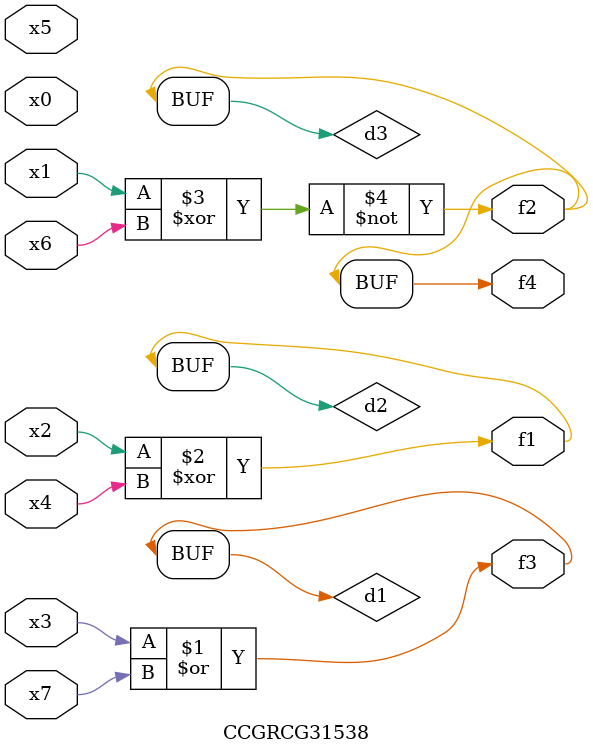
<source format=v>
module CCGRCG31538(
	input x0, x1, x2, x3, x4, x5, x6, x7,
	output f1, f2, f3, f4
);

	wire d1, d2, d3;

	or (d1, x3, x7);
	xor (d2, x2, x4);
	xnor (d3, x1, x6);
	assign f1 = d2;
	assign f2 = d3;
	assign f3 = d1;
	assign f4 = d3;
endmodule

</source>
